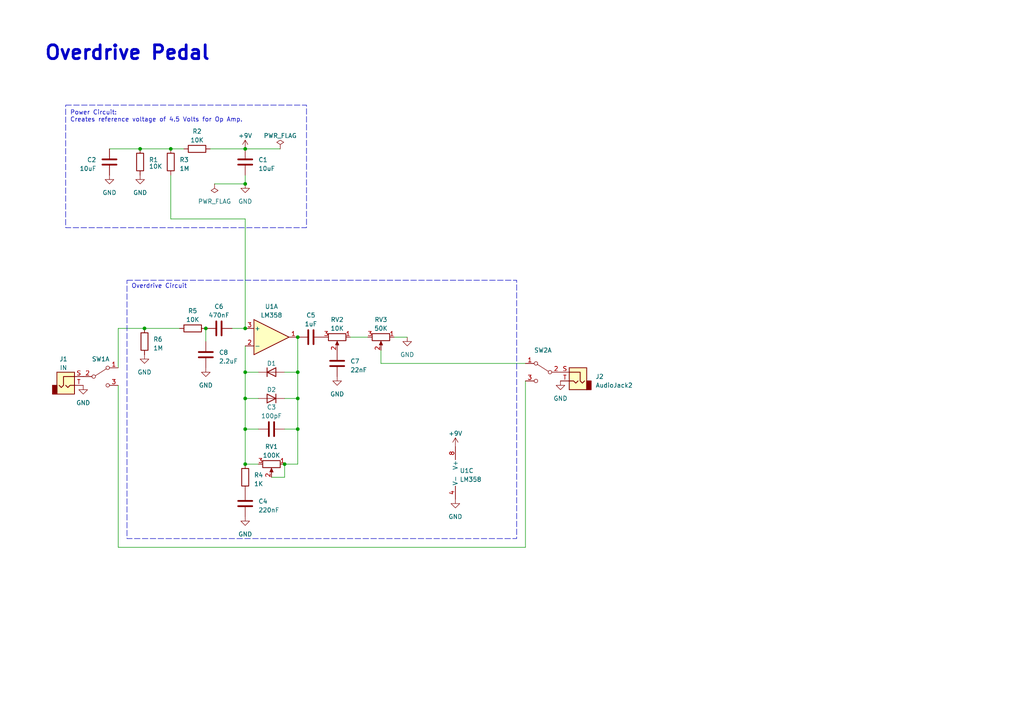
<source format=kicad_sch>
(kicad_sch (version 20230121) (generator eeschema)
  (paper "A4")
  (title_block (title "Overdrive Pedal") (date "2024-06-20") (rev "1.1") (company "Strahinja Marinkovic"))
  (lib_symbols
    (symbol "Amplifier_Operational:LM358" (pin_names (offset 0.127))
      (property "Reference" "U" (at 0 5.08 0))
      (property "Value" "LM358" (at 0 -5.08 0))
      (symbol "LM358_1_1"
        (polyline (pts (xy -5.08 5.08) (xy 5.08 0) (xy -5.08 -5.08) (xy -5.08 5.08)) (stroke (width 0.254)) (fill (type background)))
        (pin output line (at 7.62 0 180) (length 2.54) (name "~") (number "1"))
        (pin input line (at -7.62 -2.54 0) (length 2.54) (name "-") (number "2"))
        (pin input line (at -7.62 2.54 0) (length 2.54) (name "+") (number "3"))
      )
      (symbol "LM358_2_1"
        (polyline (pts (xy -5.08 5.08) (xy 5.08 0) (xy -5.08 -5.08) (xy -5.08 5.08)) (stroke (width 0.254)) (fill (type background)))
        (pin input line (at -7.62 2.54 0) (length 2.54) (name "+") (number "5"))
        (pin input line (at -7.62 -2.54 0) (length 2.54) (name "-") (number "6"))
        (pin output line (at 7.62 0 180) (length 2.54) (name "~") (number "7"))
      )
      (symbol "LM358_3_1"
        (pin power_in line (at -2.54 -7.62 90) (length 3.81) (name "V-") (number "4"))
        (pin power_in line (at -2.54 7.62 270) (length 3.81) (name "V+") (number "8"))
      )
    )
    (symbol "Connector_Audio:AudioJack2"
      (property "Reference" "J" (at 0 8.89 0))
      (property "Value" "AudioJack2" (at 0 6.35 0))
      (symbol "AudioJack2_0_1"
        (rectangle (start -3.81 0) (end -2.54 -2.54) (stroke (width 0.254)) (fill (type outline)))
        (rectangle (start -2.54 3.81) (end 2.54 -2.54) (stroke (width 0.254)) (fill (type background)))
        (polyline (pts (xy 0 0) (xy 0.635 -0.635) (xy 1.27 0) (xy 2.54 0)) (stroke (width 0.254)))
        (polyline (pts (xy 2.54 2.54) (xy -0.635 2.54) (xy -0.635 0) (xy -1.27 -0.635) (xy -1.905 0)) (stroke (width 0.254)))
      )
      (symbol "AudioJack2_1_1"
        (pin passive line (at 5.08 2.54 180) (length 2.54) (name "~") (number "S"))
        (pin passive line (at 5.08 0 180) (length 2.54) (name "~") (number "T"))
      )
    )
    (symbol "Device:C" (pin_numbers hide) (pin_names (offset 0.254))
      (property "Reference" "C" (at 0.635 2.54 0))
      (property "Value" "C" (at 0.635 -2.54 0))
      (symbol "C_0_1"
        (polyline (pts (xy -2.032 -0.762) (xy 2.032 -0.762)) (stroke (width 0.508)))
        (polyline (pts (xy -2.032 0.762) (xy 2.032 0.762)) (stroke (width 0.508)))
      )
      (symbol "C_1_1"
        (pin passive line (at 0 3.81 270) (length 2.794) (name "~") (number "1"))
        (pin passive line (at 0 -3.81 90) (length 2.794) (name "~") (number "2"))
      )
    )
    (symbol "Device:D" (pin_numbers hide) (pin_names (offset 1.016) hide)
      (property "Reference" "D" (at 0 2.54 0))
      (property "Value" "D" (at 0 -2.54 0))
      (symbol "D_0_1"
        (polyline (pts (xy -1.27 1.27) (xy -1.27 -1.27)) (stroke (width 0.254)))
        (polyline (pts (xy 1.27 0) (xy -1.27 0)))
        (polyline (pts (xy 1.27 1.27) (xy 1.27 -1.27) (xy -1.27 0) (xy 1.27 1.27)) (stroke (width 0.254)))
      )
      (symbol "D_1_1"
        (pin passive line (at -3.81 0 0) (length 2.54) (name "K") (number "1"))
        (pin passive line (at 3.81 0 180) (length 2.54) (name "A") (number "2"))
      )
    )
    (symbol "Device:R" (pin_numbers hide) (pin_names (offset 0))
      (property "Reference" "R" (at 2.032 0 90))
      (property "Value" "R" (at 0 0 90))
      (symbol "R_0_1"
        (rectangle (start -1.016 -2.54) (end 1.016 2.54) (stroke (width 0.254)))
      )
      (symbol "R_1_1"
        (pin passive line (at 0 3.81 270) (length 1.27) (name "~") (number "1"))
        (pin passive line (at 0 -3.81 90) (length 1.27) (name "~") (number "2"))
      )
    )
    (symbol "Device:R_Potentiometer" (pin_names (offset 1.016) hide)
      (property "Reference" "RV" (at -4.445 0 90))
      (property "Value" "R_Potentiometer" (at -2.54 0 90))
      (symbol "R_Potentiometer_0_1"
        (polyline (pts (xy 2.54 0) (xy 1.524 0)))
        (polyline (pts (xy 1.143 0) (xy 2.286 0.508) (xy 2.286 -0.508) (xy 1.143 0)) (fill (type outline)))
        (rectangle (start 1.016 2.54) (end -1.016 -2.54) (stroke (width 0.254)))
      )
      (symbol "R_Potentiometer_1_1"
        (pin passive line (at 0 3.81 270) (length 1.27) (name "1") (number "1"))
        (pin passive line (at 3.81 0 180) (length 1.27) (name "2") (number "2"))
        (pin passive line (at 0 -3.81 90) (length 1.27) (name "3") (number "3"))
      )
    )
    (symbol "Switch:SW_DPDT_x2" (pin_names (offset 0) hide)
      (property "Reference" "SW" (at 0 4.318 0))
      (property "Value" "SW_DPDT_x2" (at 0 -5.08 0))
      (symbol "SW_DPDT_x2_0_0"
        (circle (center -2.032 0) (radius 0.508))
        (circle (center 2.032 -2.54) (radius 0.508))
      )
      (symbol "SW_DPDT_x2_0_1"
        (polyline (pts (xy -1.524 0.254) (xy 1.651 2.286)))
        (circle (center 2.032 2.54) (radius 0.508))
      )
      (symbol "SW_DPDT_x2_1_1"
        (pin passive line (at 5.08 2.54 180) (length 2.54) (name "A") (number "1"))
        (pin passive line (at -5.08 0 0) (length 2.54) (name "B") (number "2"))
        (pin passive line (at 5.08 -2.54 180) (length 2.54) (name "C") (number "3"))
      )
      (symbol "SW_DPDT_x2_2_1"
        (pin passive line (at 5.08 2.54 180) (length 2.54) (name "A") (number "4"))
        (pin passive line (at -5.08 0 0) (length 2.54) (name "B") (number "5"))
        (pin passive line (at 5.08 -2.54 180) (length 2.54) (name "C") (number "6"))
      )
    )
    (symbol "power:+9V" (power) (pin_names (offset 0))
      (property "Value" "+9V" (at 0 3.556 0))
      (symbol "+9V_0_1"
        (polyline (pts (xy -0.762 1.27) (xy 0 2.54)))
        (polyline (pts (xy 0 0) (xy 0 2.54)))
        (polyline (pts (xy 0 2.54) (xy 0.762 1.27)))
      )
      (symbol "+9V_1_1"
        (pin power_in line (at 0 0 90) (length 0) hide (name "+9V") (number "1"))
      )
    )
    (symbol "power:GND" (power) (pin_names (offset 0))
      (property "Value" "GND" (at 0 -3.81 0))
      (symbol "GND_0_1"
        (polyline (pts (xy 0 0) (xy 0 -1.27) (xy 1.27 -1.27) (xy 0 -2.54) (xy -1.27 -1.27) (xy 0 -1.27)))
      )
      (symbol "GND_1_1"
        (pin power_in line (at 0 0 270) (length 0) hide (name "GND") (number "1"))
      )
    )
    (symbol "power:PWR_FLAG" (power) (pin_numbers hide) (pin_names (offset 0) hide)
      (property "Value" "PWR_FLAG" (at 0 3.81 0))
      (symbol "PWR_FLAG_0_0"
        (pin power_out line (at 0 0 90) (length 0) (name "pwr") (number "1"))
      )
      (symbol "PWR_FLAG_0_1"
        (polyline (pts (xy 0 0) (xy 0 1.27) (xy -1.016 1.905) (xy 0 2.54) (xy 1.016 1.905) (xy 0 1.27)))
      )
    )
  )
  (junction (at 86.36 97.79))
  (junction (at 71.12 115.57))
  (junction (at 71.12 134.62))
  (junction (at 59.69 95.25))
  (junction (at 71.12 95.25))
  (junction (at 86.36 124.46))
  (junction (at 71.12 53.34))
  (junction (at 86.36 115.57))
  (junction (at 40.64 43.18))
  (junction (at 41.91 95.25))
  (junction (at 49.53 43.18))
  (junction (at 71.12 107.95))
  (junction (at 82.55 134.62))
  (junction (at 71.12 124.46))
  (junction (at 86.36 107.95))
  (junction (at 71.12 43.18))
  (wire (pts (xy 71.12 115.57) (xy 74.93 115.57)))
  (wire (pts (xy 86.36 134.62) (xy 82.55 134.62)))
  (wire (pts (xy 82.55 138.43) (xy 82.55 134.62)))
  (wire (pts (xy 49.53 43.18) (xy 53.34 43.18)))
  (wire (pts (xy 82.55 124.46) (xy 86.36 124.46)))
  (wire (pts (xy 86.36 124.46) (xy 86.36 115.57)))
  (wire (pts (xy 78.74 138.43) (xy 82.55 138.43)))
  (wire (pts (xy 82.55 107.95) (xy 86.36 107.95)))
  (wire (pts (xy 67.31 95.25) (xy 71.12 95.25)))
  (wire (pts (xy 71.12 107.95) (xy 71.12 115.57)))
  (wire (pts (xy 34.29 95.25) (xy 41.91 95.25)))
  (wire (pts (xy 86.36 107.95) (xy 86.36 97.79)))
  (wire (pts (xy 62.23 53.34) (xy 71.12 53.34)))
  (wire (pts (xy 41.91 95.25) (xy 52.07 95.25)))
  (wire (pts (xy 34.29 111.76) (xy 34.29 158.75)))
  (wire (pts (xy 49.53 63.5) (xy 49.53 50.8)))
  (wire (pts (xy 71.12 107.95) (xy 74.93 107.95)))
  (wire (pts (xy 74.93 134.62) (xy 71.12 134.62)))
  (wire (pts (xy 59.69 99.06) (xy 59.69 95.25)))
  (wire (pts (xy 110.49 105.41) (xy 110.49 101.6)))
  (wire (pts (xy 74.93 124.46) (xy 71.12 124.46)))
  (wire (pts (xy 86.36 115.57) (xy 86.36 107.95)))
  (wire (pts (xy 114.3 97.79) (xy 118.11 97.79)))
  (wire (pts (xy 71.12 53.34) (xy 71.12 50.8)))
  (wire (pts (xy 101.6 97.79) (xy 106.68 97.79)))
  (wire (pts (xy 71.12 124.46) (xy 71.12 115.57)))
  (wire (pts (xy 60.96 43.18) (xy 71.12 43.18)))
  (wire (pts (xy 71.12 43.18) (xy 81.28 43.18)))
  (wire (pts (xy 86.36 124.46) (xy 86.36 134.62)))
  (wire (pts (xy 34.29 158.75) (xy 152.4 158.75)))
  (wire (pts (xy 40.64 43.18) (xy 49.53 43.18)))
  (wire (pts (xy 71.12 95.25) (xy 71.12 63.5)))
  (wire (pts (xy 34.29 106.68) (xy 34.29 95.25)))
  (wire (pts (xy 71.12 100.33) (xy 71.12 107.95)))
  (wire (pts (xy 71.12 134.62) (xy 71.12 124.46)))
  (wire (pts (xy 82.55 115.57) (xy 86.36 115.57)))
  (wire (pts (xy 71.12 63.5) (xy 49.53 63.5)))
  (wire (pts (xy 31.75 43.18) (xy 40.64 43.18)))
  (wire (pts (xy 110.49 105.41) (xy 152.4 105.41)))
  (wire (pts (xy 152.4 158.75) (xy 152.4 110.49)))
  (rectangle (start 36.83 81.28) (end 149.86 156.21) (stroke (width 0) (type dash)))
  (rectangle (start 19.05 30.48) (end 88.9 66.04) (stroke (width 0) (type dash)))
  (text "Power Circuit:\nCreates reference voltage of 4.5 Volts for Op Amp." (at 20.32 35.56 0) (effects (font (size 1.27 1.27)) (justify left bottom)))
  (text "Overdrive Circuit" (at 38.1 83.82 0) (effects (font (size 1.27 1.27)) (justify left bottom)))
  (text "Overdrive Pedal" (at 12.7 17.78 0) (effects (font (size 4 4) (thickness 0.8) bold) (justify left bottom)))
  (symbol (lib_id "Device:R_Potentiometer") (at 97.79 97.79 270) (unit 1)
    (property "Reference" "RV2" (at 97.79 92.71 90))
    (property "Value" "10K" (at 97.79 95.25 90))
  )
  (symbol (lib_id "power:GND") (at 41.91 102.87 0) (unit 1)
    (property "Reference" "#PWR013" (effects hide))
    (property "Value" "GND" (at 41.91 107.95 0))
  )
  (symbol (lib_id "power:GND") (at 40.64 50.8 0) (unit 1)
    (property "Reference" "#PWR02" (effects hide))
    (property "Value" "GND" (at 40.64 55.88 0))
  )
  (symbol (lib_id "power:GND") (at 118.11 97.79 0) (unit 1)
    (property "Reference" "#PWR08" (effects hide))
    (property "Value" "GND" (at 118.11 102.87 0))
  )
  (symbol (lib_id "Device:C") (at 90.17 97.79 90) (unit 1)
    (property "Reference" "C5" (at 90.17 91.44 90))
    (property "Value" "1uF" (at 90.17 93.98 90))
  )
  (symbol (lib_id "Device:D") (at 78.74 107.95 0) (unit 1)
    (property "Reference" "D1" (at 78.74 105.41 0))
    (property "Value" "D" (effects hide))
    (property "Sim.Device" "D" (effects hide))
    (property "Sim.Pins" "1=K 2=A" (effects hide))
  )
  (symbol (lib_id "power:PWR_FLAG") (at 62.23 53.34 180) (unit 1)
    (property "Reference" "#FLG02" (effects hide))
    (property "Value" "PWR_FLAG" (at 62.23 58.42 0))
  )
  (symbol (lib_id "power:+9V") (at 71.12 43.18 0) (unit 1)
    (property "Reference" "#PWR03" (effects hide))
    (property "Value" "+9V" (at 71.12 39.37 0))
  )
  (symbol (lib_id "power:GND") (at 162.56 110.49 0) (unit 1)
    (property "Reference" "#PWR09" (effects hide))
    (property "Value" "GND" (at 162.56 115.57 0))
  )
  (symbol (lib_id "power:GND") (at 71.12 53.34 0) (unit 1)
    (property "Reference" "#PWR04" (effects hide))
    (property "Value" "GND" (at 71.12 58.42 0))
  )
  (symbol (lib_id "Device:C") (at 71.12 46.99 0) (unit 1)
    (property "Reference" "C1" (at 74.93 46.355 0) (effects (justify left)))
    (property "Value" "10uF" (at 74.93 48.895 0) (effects (justify left)))
  )
  (symbol (lib_id "Device:C") (at 59.69 102.87 0) (unit 1)
    (property "Reference" "C8" (at 63.5 102.235 0) (effects (justify left)))
    (property "Value" "2.2uF" (at 63.5 104.775 0) (effects (justify left)))
  )
  (symbol (lib_id "Device:C") (at 71.12 146.05 0) (unit 1)
    (property "Reference" "C4" (at 74.93 145.415 0) (effects (justify left)))
    (property "Value" "220nF" (at 74.93 147.955 0) (effects (justify left)))
  )
  (symbol (lib_id "Device:R") (at 49.53 46.99 0) (unit 1)
    (property "Reference" "R3" (at 52.07 46.355 0) (effects (justify left)))
    (property "Value" "1M" (at 52.07 48.895 0) (effects (justify left)))
  )
  (symbol (lib_id "power:GND") (at 59.69 106.68 0) (unit 1)
    (property "Reference" "#PWR010" (effects hide))
    (property "Value" "GND" (at 59.69 111.76 0))
  )
  (symbol (lib_id "Device:C") (at 78.74 124.46 90) (unit 1)
    (property "Reference" "C3" (at 78.74 118.11 90))
    (property "Value" "100pF" (at 78.74 120.65 90))
  )
  (symbol (lib_id "power:+9V") (at 132.08 129.54 0) (unit 1)
    (property "Reference" "#PWR012" (effects hide))
    (property "Value" "+9V" (at 132.08 125.73 0))
  )
  (symbol (lib_id "Connector_Audio:AudioJack2") (at 167.64 110.49 0) (mirror y) (unit 1)
    (property "Reference" "J2" (at 172.72 109.22 0) (effects (justify right)))
    (property "Value" "AudioJack2" (at 172.72 111.76 0) (effects (justify right)))
  )
  (symbol (lib_id "Device:C") (at 31.75 46.99 0) (mirror y) (unit 1)
    (property "Reference" "C2" (at 27.94 46.355 0) (effects (justify left)))
    (property "Value" "10uF" (at 27.94 48.895 0) (effects (justify left)))
  )
  (symbol (lib_id "Device:R") (at 71.12 138.43 0) (unit 1)
    (property "Reference" "R4" (at 73.66 137.795 0) (effects (justify left)))
    (property "Value" "1K" (at 73.66 140.335 0) (effects (justify left)))
  )
  (symbol (lib_id "power:PWR_FLAG") (at 81.28 43.18 0) (unit 1)
    (property "Reference" "#FLG01" (effects hide))
    (property "Value" "PWR_FLAG" (at 81.28 39.37 0))
  )
  (symbol (lib_id "Device:R_Potentiometer") (at 110.49 97.79 270) (unit 1)
    (property "Reference" "RV3" (at 110.49 92.71 90))
    (property "Value" "50K" (at 110.49 95.25 90))
  )
  (symbol (lib_id "Amplifier_Operational:LM358") (at 134.62 137.16 0) (unit 3)
    (property "Reference" "U1" (at 133.35 136.525 0) (effects (justify left)))
    (property "Value" "LM358" (at 133.35 139.065 0) (effects (justify left)))
    (property "Datasheet" "http://www.ti.com/lit/ds/symlink/lm2904-n.pdf" (effects hide))
  )
  (symbol (lib_id "Device:R") (at 57.15 43.18 270) (unit 1)
    (property "Reference" "R2" (at 57.15 38.1 90))
    (property "Value" "10K" (at 57.15 40.64 90))
  )
  (symbol (lib_id "Device:R") (at 55.88 95.25 90) (unit 1)
    (property "Reference" "R5" (at 55.88 90.17 90))
    (property "Value" "10K" (at 55.88 92.71 90))
  )
  (symbol (lib_id "Device:R") (at 40.64 46.99 0) (unit 1)
    (property "Reference" "R1" (at 43.18 46.355 0) (effects (justify left)))
    (property "Value" "10K" (at 43.18 48.26 0) (effects (justify left)))
  )
  (symbol (lib_id "Switch:SW_DPDT_x2") (at 29.21 109.22 0) (unit 1)
    (property "Reference" "SW1" (at 29.21 104.14 0))
    (property "Value" "SW_DPDT_x2" (effects hide))
  )
  (symbol (lib_id "Device:C") (at 97.79 105.41 180) (unit 1)
    (property "Reference" "C7" (at 101.6 104.775 0) (effects (justify right)))
    (property "Value" "22nF" (at 101.6 107.315 0) (effects (justify right)))
  )
  (symbol (lib_id "power:GND") (at 24.13 111.76 0) (unit 1)
    (property "Reference" "#PWR06" (effects hide))
    (property "Value" "GND" (at 24.13 116.84 0))
  )
  (symbol (lib_id "power:GND") (at 97.79 109.22 0) (unit 1)
    (property "Reference" "#PWR07" (effects hide))
    (property "Value" "GND" (at 97.79 114.3 0))
  )
  (symbol (lib_id "Switch:SW_DPDT_x2") (at 157.48 107.95 0) (mirror y) (unit 1)
    (property "Reference" "SW2" (at 157.48 101.6 0))
    (property "Value" "SW_DPDT_x2" (effects hide))
  )
  (symbol (lib_id "Device:C") (at 63.5 95.25 90) (unit 1)
    (property "Reference" "C6" (at 63.5 88.9 90))
    (property "Value" "470nF" (at 63.5 91.44 90))
  )
  (symbol (lib_id "Device:R") (at 41.91 99.06 0) (unit 1)
    (property "Reference" "R6" (at 44.45 98.425 0) (effects (justify left)))
    (property "Value" "1M" (at 44.45 100.965 0) (effects (justify left)))
  )
  (symbol (lib_id "Amplifier_Operational:LM358") (at 78.74 97.79 0) (unit 1)
    (property "Reference" "U1" (at 78.74 88.9 0))
    (property "Value" "LM358" (at 78.74 91.44 0))
    (property "Datasheet" "http://www.ti.com/lit/ds/symlink/lm2904-n.pdf" (effects hide))
  )
  (symbol (lib_id "power:GND") (at 71.12 149.86 0) (unit 1)
    (property "Reference" "#PWR05" (effects hide))
    (property "Value" "GND" (at 71.12 154.94 0))
  )
  (symbol (lib_id "power:GND") (at 31.75 50.8 0) (unit 1)
    (property "Reference" "#PWR01" (effects hide))
    (property "Value" "GND" (at 31.75 55.88 0))
  )
  (symbol (lib_id "Device:R_Potentiometer") (at 78.74 134.62 270) (unit 1)
    (property "Reference" "RV1" (at 78.74 129.54 90))
    (property "Value" "100K" (at 78.74 132.08 90))
  )
  (symbol (lib_id "power:GND") (at 132.08 144.78 0) (unit 1)
    (property "Reference" "#PWR011" (effects hide))
    (property "Value" "GND" (at 132.08 149.86 0))
  )
  (symbol (lib_id "Connector_Audio:AudioJack2") (at 19.05 111.76 0) (unit 1)
    (property "Reference" "J1" (at 18.415 104.14 0))
    (property "Value" "IN" (at 18.415 106.68 0))
  )
  (symbol (lib_id "Device:D") (at 78.74 115.57 180) (unit 1)
    (property "Reference" "D2" (at 78.74 113.03 0))
    (property "Value" "D" (effects hide))
    (property "Sim.Device" "D" (effects hide))
    (property "Sim.Pins" "1=K 2=A" (effects hide))
  )
)
</source>
